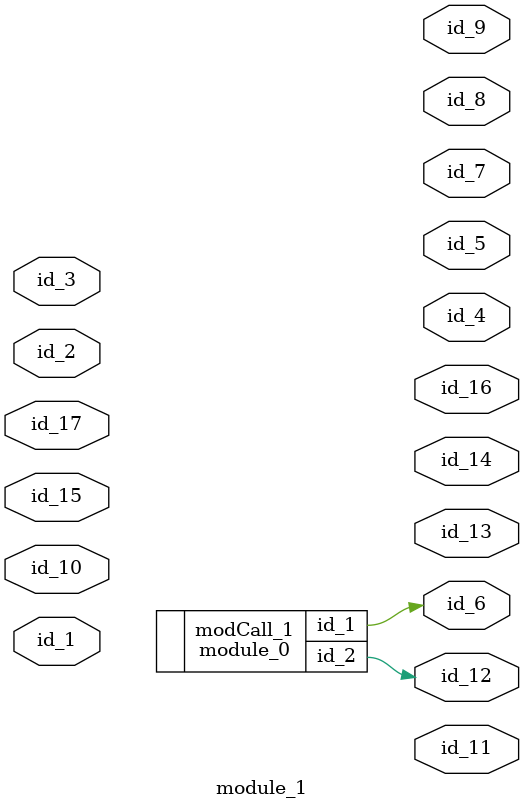
<source format=v>
module module_0 (
    id_1,
    id_2
);
  output wire id_2;
  output wire id_1;
  integer id_3;
endmodule
module module_1 (
    id_1,
    id_2,
    id_3,
    id_4,
    id_5,
    id_6,
    id_7,
    id_8,
    id_9,
    id_10,
    id_11,
    id_12,
    id_13,
    id_14,
    id_15,
    id_16,
    id_17
);
  inout wire id_17;
  output wire id_16;
  inout wire id_15;
  output wire id_14;
  output wire id_13;
  output wire id_12;
  output wire id_11;
  input wire id_10;
  output wire id_9;
  output wire id_8;
  output wire id_7;
  output wire id_6;
  output wire id_5;
  output wire id_4;
  inout wire id_3;
  input wire id_2;
  inout wire id_1;
  always #1 begin : LABEL_0
    #(1);
  end
  module_0 modCall_1 (
      id_6,
      id_12
  );
endmodule

</source>
